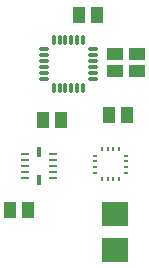
<source format=gtp>
%FSAX24Y24*%
%MOIN*%
G70*
G01*
G75*
G04 Layer_Color=8421504*
%ADD10R,0.0177X0.0114*%
%ADD11R,0.0114X0.0177*%
%ADD12R,0.0315X0.0114*%
%ADD13R,0.0126X0.0354*%
%ADD14O,0.0116X0.0354*%
%ADD15O,0.0354X0.0116*%
%ADD16R,0.0433X0.0551*%
%ADD17R,0.0866X0.0787*%
%ADD18R,0.0551X0.0433*%
%ADD19C,0.0100*%
%ADD20C,0.0080*%
%ADD21C,0.0591*%
%ADD22R,0.0591X0.0591*%
%ADD23C,0.0350*%
%ADD24C,0.0098*%
%ADD25C,0.0079*%
D10*
X023950Y039050D02*
D03*
Y038853D02*
D03*
Y038656D02*
D03*
Y038459D02*
D03*
X024954D02*
D03*
Y038656D02*
D03*
Y038853D02*
D03*
Y039050D02*
D03*
D11*
X024157Y038253D02*
D03*
X024354D02*
D03*
X024550D02*
D03*
X024747D02*
D03*
Y039257D02*
D03*
X024550D02*
D03*
X024354D02*
D03*
X024157D02*
D03*
D12*
X021600Y038313D02*
D03*
Y038509D02*
D03*
Y038706D02*
D03*
Y038903D02*
D03*
Y039100D02*
D03*
X022545Y038313D02*
D03*
Y038509D02*
D03*
Y038706D02*
D03*
Y038903D02*
D03*
Y039100D02*
D03*
D13*
X022072Y039179D02*
D03*
Y038234D02*
D03*
D14*
X022558Y042907D02*
D03*
X022755D02*
D03*
X022952D02*
D03*
X023148D02*
D03*
X023345D02*
D03*
X023542D02*
D03*
Y041293D02*
D03*
X023345D02*
D03*
X023148D02*
D03*
X022952D02*
D03*
X022755D02*
D03*
X022558D02*
D03*
D15*
X023857Y042592D02*
D03*
Y042395D02*
D03*
Y042198D02*
D03*
Y042002D02*
D03*
Y041805D02*
D03*
Y041608D02*
D03*
X022243D02*
D03*
Y041805D02*
D03*
Y042002D02*
D03*
Y042198D02*
D03*
Y042395D02*
D03*
Y042592D02*
D03*
D16*
X021695Y037250D02*
D03*
X021105D02*
D03*
X024405Y040400D02*
D03*
X024995D02*
D03*
X022795Y040250D02*
D03*
X022205D02*
D03*
X023995Y043750D02*
D03*
X023405D02*
D03*
D17*
X024600Y037091D02*
D03*
Y035909D02*
D03*
D18*
X025350Y042445D02*
D03*
Y041855D02*
D03*
X024600Y042445D02*
D03*
Y041855D02*
D03*
M02*

</source>
